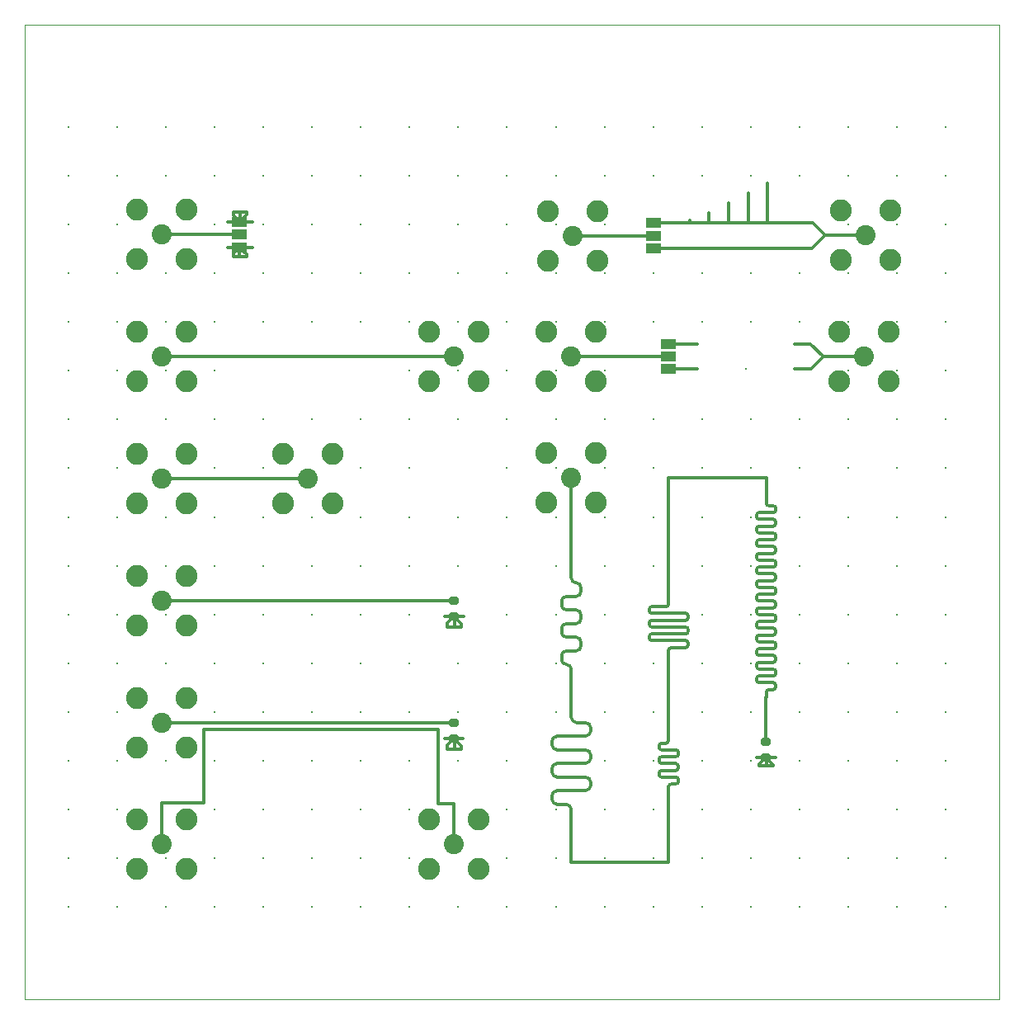
<source format=gbr>
%TF.GenerationSoftware,KiCad,Pcbnew,9.0.3*%
%TF.CreationDate,2026-02-01T20:01:01-08:00*%
%TF.ProjectId,White paper,57686974-6520-4706-9170-65722e6b6963,rev?*%
%TF.SameCoordinates,Original*%
%TF.FileFunction,Copper,L1,Top*%
%TF.FilePolarity,Positive*%
%FSLAX46Y46*%
G04 Gerber Fmt 4.6, Leading zero omitted, Abs format (unit mm)*
G04 Created by KiCad (PCBNEW 9.0.3) date 2026-02-01 20:01:01*
%MOMM*%
%LPD*%
G01*
G04 APERTURE LIST*
G04 Aperture macros list*
%AMRoundRect*
0 Rectangle with rounded corners*
0 $1 Rounding radius*
0 $2 $3 $4 $5 $6 $7 $8 $9 X,Y pos of 4 corners*
0 Add a 4 corners polygon primitive as box body*
4,1,4,$2,$3,$4,$5,$6,$7,$8,$9,$2,$3,0*
0 Add four circle primitives for the rounded corners*
1,1,$1+$1,$2,$3*
1,1,$1+$1,$4,$5*
1,1,$1+$1,$6,$7*
1,1,$1+$1,$8,$9*
0 Add four rect primitives between the rounded corners*
20,1,$1+$1,$2,$3,$4,$5,0*
20,1,$1+$1,$4,$5,$6,$7,0*
20,1,$1+$1,$6,$7,$8,$9,0*
20,1,$1+$1,$8,$9,$2,$3,0*%
G04 Aperture macros list end*
%TA.AperFunction,SMDPad,CuDef*%
%ADD10RoundRect,0.200000X-0.275000X0.200000X-0.275000X-0.200000X0.275000X-0.200000X0.275000X0.200000X0*%
%TD*%
%TA.AperFunction,ComponentPad*%
%ADD11C,2.050000*%
%TD*%
%TA.AperFunction,ComponentPad*%
%ADD12C,2.250000*%
%TD*%
%TA.AperFunction,SMDPad,CuDef*%
%ADD13R,1.500000X1.000000*%
%TD*%
%TA.AperFunction,ViaPad*%
%ADD14C,0.250000*%
%TD*%
%TA.AperFunction,Conductor*%
%ADD15C,0.349250*%
%TD*%
%TA.AperFunction,Profile*%
%ADD16C,0.050000*%
%TD*%
G04 APERTURE END LIST*
D10*
%TO.P,R3,1*%
%TO.N,Net-(J2-In)*%
X94060000Y-121590000D03*
%TO.P,R3,2*%
%TO.N,GND*%
X94060000Y-123240000D03*
%TD*%
D11*
%TO.P,J10,1,In*%
%TO.N,Net-(J10-In)*%
X94060000Y-134090000D03*
D12*
%TO.P,J10,2,Ext*%
%TO.N,GND*%
X91520000Y-131550000D03*
X91520000Y-136630000D03*
X96600000Y-131550000D03*
X96600000Y-136630000D03*
%TD*%
D11*
%TO.P,J9,1,In*%
%TO.N,Net-(J10-In)*%
X64060000Y-134090000D03*
D12*
%TO.P,J9,2,Ext*%
%TO.N,GND*%
X61520000Y-131550000D03*
X61520000Y-136630000D03*
X66600000Y-131550000D03*
X66600000Y-136630000D03*
%TD*%
D11*
%TO.P,J2,1,In*%
%TO.N,Net-(J2-In)*%
X64060000Y-121590000D03*
D12*
%TO.P,J2,2,Ext*%
%TO.N,GND*%
X61520000Y-119050000D03*
X61520000Y-124130000D03*
X66600000Y-119050000D03*
X66600000Y-124130000D03*
%TD*%
D11*
%TO.P,J1,1,In*%
%TO.N,Net-(J1-In)*%
X64060000Y-71530000D03*
D12*
%TO.P,J1,2,Ext*%
%TO.N,GND*%
X61520000Y-68990000D03*
X61520000Y-74070000D03*
X66600000Y-68990000D03*
X66600000Y-74070000D03*
%TD*%
D10*
%TO.P,R2,1*%
%TO.N,Net-(J7-In)*%
X126080000Y-123545000D03*
%TO.P,R2,2*%
%TO.N,GND*%
X126080000Y-125195000D03*
%TD*%
%TO.P,R1,1*%
%TO.N,Net-(J8-In)*%
X94060000Y-109090000D03*
%TO.P,R1,2*%
%TO.N,GND*%
X94060000Y-110740000D03*
%TD*%
D11*
%TO.P,J4,1,In*%
%TO.N,Net-(J4-In)*%
X136260000Y-71620000D03*
D12*
%TO.P,J4,2,Ext*%
%TO.N,GND*%
X133720000Y-69080000D03*
X133720000Y-74160000D03*
X138800000Y-69080000D03*
X138800000Y-74160000D03*
%TD*%
D13*
%TO.P,JP2,1,A*%
%TO.N,Net-(J4-In)*%
X114545000Y-70350000D03*
%TO.P,JP2,2,C*%
%TO.N,Net-(J3-In)*%
X114545000Y-71650000D03*
%TO.P,JP2,3,B*%
%TO.N,Net-(J4-In)*%
X114545000Y-72950000D03*
%TD*%
D11*
%TO.P,J6,1,In*%
%TO.N,Net-(J6-In)*%
X136120000Y-84060000D03*
D12*
%TO.P,J6,2,Ext*%
%TO.N,GND*%
X133580000Y-81520000D03*
X133580000Y-86600000D03*
X138660000Y-81520000D03*
X138660000Y-86600000D03*
%TD*%
D11*
%TO.P,J3,1,In*%
%TO.N,Net-(J3-In)*%
X106260000Y-71650000D03*
D12*
%TO.P,J3,2,Ext*%
%TO.N,GND*%
X103720000Y-69110000D03*
X103720000Y-74190000D03*
X108800000Y-69110000D03*
X108800000Y-74190000D03*
%TD*%
D11*
%TO.P,J12,1,In*%
%TO.N,Net-(J11-In)*%
X94060000Y-84030000D03*
D12*
%TO.P,J12,2,Ext*%
%TO.N,GND*%
X91520000Y-81490000D03*
X91520000Y-86570000D03*
X96600000Y-81490000D03*
X96600000Y-86570000D03*
%TD*%
D11*
%TO.P,J5,1,In*%
%TO.N,Net-(J5-In)*%
X106090000Y-84030000D03*
D12*
%TO.P,J5,2,Ext*%
%TO.N,GND*%
X103550000Y-81490000D03*
X103550000Y-86570000D03*
X108630000Y-81490000D03*
X108630000Y-86570000D03*
%TD*%
D11*
%TO.P,J11,1,In*%
%TO.N,Net-(J11-In)*%
X64030000Y-84030000D03*
D12*
%TO.P,J11,2,Ext*%
%TO.N,GND*%
X61490000Y-81490000D03*
X61490000Y-86570000D03*
X66570000Y-81490000D03*
X66570000Y-86570000D03*
%TD*%
D11*
%TO.P,J8,1,In*%
%TO.N,Net-(J8-In)*%
X64060000Y-109090000D03*
D12*
%TO.P,J8,2,Ext*%
%TO.N,GND*%
X61520000Y-106550000D03*
X61520000Y-111630000D03*
X66600000Y-106550000D03*
X66600000Y-111630000D03*
%TD*%
D11*
%TO.P,J13,1,In*%
%TO.N,Net-(J13-In)*%
X64030000Y-96530000D03*
D12*
%TO.P,J13,2,Ext*%
%TO.N,GND*%
X61490000Y-93990000D03*
X61490000Y-99070000D03*
X66570000Y-93990000D03*
X66570000Y-99070000D03*
%TD*%
D11*
%TO.P,J14,1,In*%
%TO.N,Net-(J13-In)*%
X79030000Y-96530000D03*
D12*
%TO.P,J14,2,Ext*%
%TO.N,GND*%
X76490000Y-93990000D03*
X76490000Y-99070000D03*
X81570000Y-93990000D03*
X81570000Y-99070000D03*
%TD*%
D11*
%TO.P,J7,1,In*%
%TO.N,Net-(J7-In)*%
X106090000Y-96500000D03*
D12*
%TO.P,J7,2,Ext*%
%TO.N,GND*%
X108630000Y-93960000D03*
X103550000Y-93960000D03*
X108630000Y-99040000D03*
X103550000Y-99040000D03*
%TD*%
D13*
%TO.P,JP3,1,A*%
%TO.N,Net-(J6-In)*%
X116090000Y-82730000D03*
%TO.P,JP3,2,C*%
%TO.N,Net-(J5-In)*%
X116090000Y-84030000D03*
%TO.P,JP3,3,B*%
%TO.N,Net-(J6-In)*%
X116090000Y-85330000D03*
%TD*%
%TO.P,JP1,1,A*%
%TO.N,GND*%
X72060000Y-72830000D03*
%TO.P,JP1,2,C*%
%TO.N,Net-(J1-In)*%
X72060000Y-71530000D03*
%TO.P,JP1,3,B*%
%TO.N,GND*%
X72060000Y-70230000D03*
%TD*%
D14*
%TO.N,GND*%
X93390000Y-124300000D03*
X93090000Y-123240000D03*
X94790000Y-124300000D03*
X94090000Y-124300000D03*
X95010000Y-123240000D03*
X79500000Y-120500000D03*
X104500000Y-130500000D03*
X99500000Y-140500000D03*
X124500000Y-135500000D03*
X84500000Y-60500000D03*
X99500000Y-125500000D03*
X84500000Y-70500000D03*
X144500000Y-85500000D03*
X119500000Y-60500000D03*
X99500000Y-130500000D03*
X94500000Y-60500000D03*
X109500000Y-70500000D03*
X94500000Y-65500000D03*
X124500000Y-60500000D03*
X129500000Y-120500000D03*
X144500000Y-80500000D03*
X104500000Y-70500000D03*
X139500000Y-100500000D03*
X109500000Y-85500000D03*
X94500000Y-70500000D03*
X125119999Y-125195000D03*
X139500000Y-130500000D03*
X84500000Y-95500000D03*
X114500000Y-90500000D03*
X54500000Y-110500000D03*
X69500000Y-110500000D03*
X104500000Y-75500000D03*
X134500000Y-105500000D03*
X126100000Y-126000000D03*
X144500000Y-120500000D03*
X89500000Y-80500000D03*
X114500000Y-100500000D03*
X139500000Y-80500000D03*
X139500000Y-120500000D03*
X109500000Y-65500000D03*
X54500000Y-60500000D03*
X139500000Y-125500000D03*
X84500000Y-140500000D03*
X114500000Y-75500000D03*
X54500000Y-70500000D03*
X74500000Y-130500000D03*
X124500000Y-115500000D03*
X114500000Y-65500000D03*
X84500000Y-75500000D03*
X89500000Y-75500000D03*
X124500000Y-80500000D03*
X104500000Y-115500000D03*
X109500000Y-90500000D03*
X129500000Y-95500000D03*
X84500000Y-115500000D03*
X114500000Y-120500000D03*
X139500000Y-85500000D03*
X134500000Y-110500000D03*
X134500000Y-130500000D03*
X69500000Y-60500000D03*
X134500000Y-115500000D03*
X109500000Y-100500000D03*
X64500000Y-140500000D03*
X54500000Y-140500000D03*
X139500000Y-135500000D03*
X104500000Y-135500000D03*
X84500000Y-110500000D03*
X72800000Y-69200000D03*
X59500000Y-60500000D03*
X84500000Y-90500000D03*
X104500000Y-85500000D03*
X54500000Y-120500000D03*
X139500000Y-90500000D03*
X99500000Y-95500000D03*
X54500000Y-135500000D03*
X74500000Y-60500000D03*
X114500000Y-135500000D03*
X79500000Y-125500000D03*
X144500000Y-110500000D03*
X73400000Y-72830000D03*
X99500000Y-90500000D03*
X134500000Y-135500000D03*
X144500000Y-130500000D03*
X99500000Y-105500000D03*
X134500000Y-120500000D03*
X69500000Y-90500000D03*
X124500000Y-90500000D03*
X119500000Y-125500000D03*
X139500000Y-115500000D03*
X119500000Y-90500000D03*
X89500000Y-120500000D03*
X144500000Y-100500000D03*
X89500000Y-85500000D03*
X89500000Y-110500000D03*
X89500000Y-60500000D03*
X94500000Y-120500000D03*
X70800000Y-70229178D03*
X109500000Y-120500000D03*
X124500000Y-130500000D03*
X109500000Y-110500000D03*
X129500000Y-100500000D03*
X144500000Y-90500000D03*
X69500000Y-115500000D03*
X59500000Y-130500000D03*
X127039999Y-125195000D03*
X119500000Y-105500000D03*
X134500000Y-95500000D03*
X94500000Y-100500000D03*
X79500000Y-60500000D03*
X129500000Y-90500000D03*
X129500000Y-140500000D03*
X119500000Y-95500000D03*
X129500000Y-115500000D03*
X104500000Y-105500000D03*
X104500000Y-100500000D03*
X95020000Y-110740000D03*
X114500000Y-60500000D03*
X134500000Y-65500000D03*
X59500000Y-65500000D03*
X59500000Y-105500000D03*
X99500000Y-70500000D03*
X54500000Y-80500000D03*
X54500000Y-105500000D03*
X72100000Y-73800000D03*
X114500000Y-105500000D03*
X54500000Y-85500000D03*
X72100000Y-69200000D03*
X129500000Y-110500000D03*
X64500000Y-90500000D03*
X119500000Y-120500000D03*
X109500000Y-105500000D03*
X104500000Y-80500000D03*
X104500000Y-95500000D03*
X89500000Y-130500000D03*
X129500000Y-130500000D03*
X64500000Y-65500000D03*
X129500000Y-65500000D03*
X144500000Y-125500000D03*
X139500000Y-65500000D03*
X89500000Y-100500000D03*
X124500000Y-75500000D03*
X109500000Y-60500000D03*
X109500000Y-95500000D03*
X134500000Y-85500000D03*
X54500000Y-130500000D03*
X144500000Y-95500000D03*
X109500000Y-140500000D03*
X59500000Y-90500000D03*
X59500000Y-100500000D03*
X124500000Y-65500000D03*
X69500000Y-70500000D03*
X74500000Y-80500000D03*
X74500000Y-110500000D03*
X69500000Y-80500000D03*
X89500000Y-105500000D03*
X71400000Y-73800000D03*
X94500000Y-105500000D03*
X64500000Y-100500000D03*
X54500000Y-100500000D03*
X79500000Y-65500000D03*
X134500000Y-80500000D03*
X64500000Y-115500000D03*
X114500000Y-115500000D03*
X69500000Y-105500000D03*
X89500000Y-90500000D03*
X134500000Y-140500000D03*
X134500000Y-75500000D03*
X99500000Y-135500000D03*
X84500000Y-135500000D03*
X114500000Y-130500000D03*
X99500000Y-60500000D03*
X124500000Y-95500000D03*
X84500000Y-100500000D03*
X84500000Y-130500000D03*
X124500000Y-125500000D03*
X144500000Y-70500000D03*
X89500000Y-70500000D03*
X79500000Y-130500000D03*
X79500000Y-135500000D03*
X94500000Y-125500000D03*
X74500000Y-65500000D03*
X79500000Y-110500000D03*
X109500000Y-125500000D03*
X74500000Y-140500000D03*
X64500000Y-60500000D03*
X119500000Y-115500000D03*
X109500000Y-130500000D03*
X139500000Y-95500000D03*
X84500000Y-120500000D03*
X54500000Y-90500000D03*
X74500000Y-90500000D03*
X59500000Y-95500000D03*
X109500000Y-75500000D03*
X89500000Y-140500000D03*
X94500000Y-90500000D03*
X64500000Y-105500000D03*
X54500000Y-65500000D03*
X69500000Y-130500000D03*
X129500000Y-80500000D03*
X69500000Y-100500000D03*
X74500000Y-75500000D03*
X69500000Y-120500000D03*
X109500000Y-135500000D03*
X74500000Y-115500000D03*
X94100000Y-111800000D03*
X144500000Y-60500000D03*
X54500000Y-115500000D03*
X119500000Y-75500000D03*
X104500000Y-60500000D03*
X104500000Y-110500000D03*
X139500000Y-60500000D03*
X59500000Y-85500000D03*
X79500000Y-75500000D03*
X129500000Y-135500000D03*
X124500000Y-105500000D03*
X94500000Y-85500000D03*
X79500000Y-105500000D03*
X99500000Y-120500000D03*
X94800000Y-111800000D03*
X79500000Y-100500000D03*
X119500000Y-65500000D03*
X59500000Y-75500000D03*
X124500000Y-120500000D03*
X134500000Y-100500000D03*
X72800000Y-73800000D03*
X124500000Y-140500000D03*
X114500000Y-125500000D03*
X134500000Y-60500000D03*
X84500000Y-105500000D03*
X79500000Y-80500000D03*
X144500000Y-65500000D03*
X93400000Y-111800000D03*
X74500000Y-100500000D03*
X119500000Y-110500000D03*
X89500000Y-65500000D03*
X69500000Y-125500000D03*
X104500000Y-120500000D03*
X94500000Y-80500000D03*
X79500000Y-115500000D03*
X114500000Y-140500000D03*
X74500000Y-95500000D03*
X109500000Y-115500000D03*
X104500000Y-65500000D03*
X139500000Y-75500000D03*
X114500000Y-95500000D03*
X59500000Y-120500000D03*
X94500000Y-115500000D03*
X64500000Y-80500000D03*
X71400000Y-69200000D03*
X94500000Y-140500000D03*
X93100000Y-110740000D03*
X144500000Y-135500000D03*
X74500000Y-125500000D03*
X125400000Y-126000000D03*
X54500000Y-95500000D03*
X99500000Y-100500000D03*
X74500000Y-70500000D03*
X139500000Y-140500000D03*
X69500000Y-75500000D03*
X79500000Y-90500000D03*
X59500000Y-135500000D03*
X69500000Y-85500000D03*
X129500000Y-75500000D03*
X119500000Y-80500000D03*
X144500000Y-105500000D03*
X104500000Y-90500000D03*
X74500000Y-105500000D03*
X59500000Y-140500000D03*
X99500000Y-75500000D03*
X99500000Y-80500000D03*
X59500000Y-115500000D03*
X64500000Y-135500000D03*
X119500000Y-100500000D03*
X144500000Y-115500000D03*
X99500000Y-115500000D03*
X79500000Y-140500000D03*
X99500000Y-110500000D03*
X144500000Y-75500000D03*
X59500000Y-80500000D03*
X64500000Y-85500000D03*
X124500000Y-100500000D03*
X69500000Y-95500000D03*
X139500000Y-70500000D03*
X139500000Y-110500000D03*
X69500000Y-135500000D03*
X134500000Y-90500000D03*
X99500000Y-85500000D03*
X64500000Y-110500000D03*
X99500000Y-65500000D03*
X119500000Y-140500000D03*
X59500000Y-110500000D03*
X73370000Y-70230000D03*
X119500000Y-135500000D03*
X69500000Y-65500000D03*
X134500000Y-70500000D03*
X84500000Y-80500000D03*
X129500000Y-105500000D03*
X79500000Y-70500000D03*
X74500000Y-135500000D03*
X70800000Y-72830000D03*
X126800000Y-126000000D03*
X129500000Y-60500000D03*
X74500000Y-120500000D03*
X144500000Y-140500000D03*
X64500000Y-75500000D03*
X89500000Y-125500000D03*
X124500000Y-110500000D03*
X89500000Y-115500000D03*
X109500000Y-80500000D03*
X84500000Y-125500000D03*
X139500000Y-105500000D03*
X84500000Y-65500000D03*
X94500000Y-75500000D03*
X54500000Y-125500000D03*
X129500000Y-125500000D03*
X134500000Y-125500000D03*
X54500000Y-75500000D03*
X119500000Y-130500000D03*
X59500000Y-125500000D03*
X104500000Y-140500000D03*
X69500000Y-140500000D03*
X59500000Y-70500000D03*
X114500000Y-80500000D03*
X64500000Y-125500000D03*
X89500000Y-95500000D03*
X89500000Y-135500000D03*
%TO.N,Net-(J4-In)*%
X127800000Y-72950000D03*
X122730000Y-72950000D03*
X123130003Y-72950000D03*
X127230000Y-72950000D03*
X118230000Y-72950000D03*
%TO.N,Net-(J6-In)*%
X129030000Y-85330000D03*
X129030000Y-82730000D03*
X124030000Y-85330000D03*
X119040000Y-82730000D03*
X119030000Y-85330000D03*
%TD*%
D15*
%TO.N,Net-(J10-In)*%
X64060000Y-129860000D02*
X64060000Y-134090000D01*
X68380000Y-122289500D02*
X68380000Y-129860000D01*
X92390000Y-122289500D02*
X68380000Y-122289500D01*
X94060000Y-129920000D02*
X92390000Y-129920000D01*
X92390000Y-129920000D02*
X92390000Y-122289500D01*
X68380000Y-129860000D02*
X64060000Y-129860000D01*
X94060000Y-134090000D02*
X94060000Y-129920000D01*
%TO.N,GND*%
X94090000Y-123270000D02*
X94060000Y-123240000D01*
X94090000Y-124300000D02*
X94090000Y-123270000D01*
X93390000Y-124300000D02*
X94790000Y-124300000D01*
X93390000Y-123910000D02*
X94060000Y-123240000D01*
X93390000Y-124300000D02*
X93390000Y-123910000D01*
X94790000Y-123970000D02*
X94060000Y-123240000D01*
X94790000Y-124300000D02*
X94790000Y-123970000D01*
X94060000Y-123240000D02*
X95010000Y-123240000D01*
X93090000Y-123240000D02*
X94060000Y-123240000D01*
%TO.N,Net-(J2-In)*%
X94060000Y-121590000D02*
X64060000Y-121590000D01*
%TO.N,GND*%
X126800000Y-125915000D02*
X126080000Y-125195000D01*
X73370000Y-70230000D02*
X70800822Y-70230000D01*
X94800000Y-111480000D02*
X94060000Y-110740000D01*
X71400000Y-73490000D02*
X72060000Y-72830000D01*
X72060000Y-72830000D02*
X72060000Y-73740000D01*
X71400000Y-69200000D02*
X72800000Y-69200000D01*
X127039999Y-125195000D02*
X126080000Y-125195000D01*
X71400000Y-69570000D02*
X72060000Y-70230000D01*
X71400000Y-69200000D02*
X71400000Y-69570000D01*
X94800000Y-111800000D02*
X94800000Y-111480000D01*
X93100000Y-110740000D02*
X94060001Y-110740000D01*
X73400000Y-72830000D02*
X70800000Y-72830000D01*
X94100000Y-110780000D02*
X94060000Y-110740000D01*
X126100000Y-125215000D02*
X126080000Y-125195000D01*
X95020000Y-110740000D02*
X94060001Y-110740000D01*
X72800000Y-69200000D02*
X72800000Y-69490000D01*
X72000000Y-73800000D02*
X72800000Y-73800000D01*
X72800000Y-73800000D02*
X72800000Y-73570000D01*
X125119999Y-125195000D02*
X126080000Y-125195000D01*
X72100000Y-69200000D02*
X72100000Y-70190000D01*
X72800000Y-73570000D02*
X72060000Y-72830000D01*
X71400000Y-73800000D02*
X71400000Y-73490000D01*
X71400000Y-73800000D02*
X72000000Y-73800000D01*
X93400000Y-111800000D02*
X93400000Y-111400000D01*
X125400000Y-125875000D02*
X126080000Y-125195000D01*
X125400000Y-126000000D02*
X126800000Y-126000000D01*
X72800000Y-69490000D02*
X72060000Y-70230000D01*
X125400000Y-126000000D02*
X125400000Y-125875000D01*
X126100000Y-126000000D02*
X126100000Y-125215000D01*
X94100000Y-111800000D02*
X94100000Y-110780000D01*
X70800822Y-70230000D02*
X70800000Y-70229178D01*
X93400000Y-111400000D02*
X94060000Y-110740000D01*
X93400000Y-111800000D02*
X94800000Y-111800000D01*
X72060000Y-73740000D02*
X72000000Y-73800000D01*
X126800000Y-126000000D02*
X126800000Y-125915000D01*
X72100000Y-70190000D02*
X72060000Y-70230000D01*
%TO.N,Net-(J1-In)*%
X64060000Y-71530000D02*
X72060000Y-71530000D01*
%TO.N,Net-(J5-In)*%
X106090000Y-84030000D02*
X116090000Y-84030000D01*
%TO.N,Net-(J7-In)*%
X114090000Y-111515700D02*
X114090000Y-111376000D01*
X116090000Y-108670000D02*
X116090000Y-96500000D01*
X106090000Y-124392541D02*
X107531200Y-124392541D01*
X126090000Y-100746400D02*
X126810600Y-100746400D01*
X106090000Y-117270000D02*
X106090000Y-121039741D01*
X126090000Y-109826900D02*
X125369400Y-109826900D01*
X125369400Y-117510400D02*
X126090000Y-117510400D01*
X125090000Y-111503300D02*
X125090000Y-111643000D01*
X126090000Y-118488300D02*
X126090000Y-118628000D01*
X117090000Y-124817200D02*
X117090000Y-124677500D01*
X126369400Y-99349400D02*
X126810600Y-99349400D01*
X107090000Y-113342131D02*
X107090000Y-113739131D01*
X126090000Y-114017900D02*
X125369400Y-114017900D01*
X114369400Y-112493600D02*
X116090000Y-112493600D01*
X106090000Y-108651131D02*
X105590000Y-108651131D01*
X105590000Y-112842131D02*
X106090000Y-112842131D01*
X125090000Y-104518300D02*
X125090000Y-104658000D01*
X104648800Y-127186541D02*
X106090000Y-127186541D01*
X126090000Y-112620900D02*
X125369400Y-112620900D01*
X126090000Y-100047900D02*
X125369400Y-100047900D01*
X125090000Y-107312300D02*
X125090000Y-107452000D01*
X117090000Y-127611200D02*
X117090000Y-127471500D01*
X126090000Y-117510400D02*
X126369400Y-117510400D01*
X114369400Y-109699600D02*
X115810600Y-109699600D01*
X106590000Y-111445131D02*
X106090000Y-111445131D01*
X117810600Y-110398100D02*
X116090000Y-110398100D01*
X106090000Y-131470000D02*
X106090000Y-135970000D01*
X117810600Y-111795100D02*
X116090000Y-111795100D01*
X116810600Y-125795100D02*
X116090000Y-125795100D01*
X116090000Y-96500000D02*
X126090000Y-96500000D01*
X115369400Y-126493600D02*
X116090000Y-126493600D01*
X126090000Y-106334400D02*
X126810600Y-106334400D01*
X126810600Y-108429900D02*
X126090000Y-108429900D01*
X126090000Y-111223900D02*
X125369400Y-111223900D01*
X105090000Y-109151131D02*
X105090000Y-109548131D01*
X126090000Y-118970000D02*
X126080000Y-118980000D01*
X126090000Y-108429900D02*
X125369400Y-108429900D01*
X116369400Y-127192100D02*
X116090000Y-127192100D01*
X126090000Y-107731400D02*
X126810600Y-107731400D01*
X127090000Y-102422800D02*
X127090000Y-102562500D01*
X114090000Y-110118700D02*
X114090000Y-109979000D01*
X108090000Y-122157341D02*
X108090000Y-122436741D01*
X114369400Y-111096600D02*
X116090000Y-111096600D01*
X116090000Y-122870000D02*
X116090000Y-114170000D01*
X106090000Y-127186541D02*
X107531200Y-127186541D01*
X105531200Y-128583541D02*
X104648800Y-128583541D01*
X115369400Y-123699600D02*
X115810600Y-123699600D01*
X106090000Y-96500000D02*
X106090000Y-106754131D01*
X125369400Y-116113400D02*
X126090000Y-116113400D01*
X116090000Y-109280500D02*
X116090000Y-108670000D01*
X125369400Y-110525400D02*
X126090000Y-110525400D01*
X126090000Y-107032900D02*
X125369400Y-107032900D01*
X126810600Y-100047900D02*
X126369400Y-100047900D01*
X116810600Y-124398100D02*
X116090000Y-124398100D01*
X104090000Y-129142341D02*
X104090000Y-129421741D01*
X116090000Y-111795100D02*
X114369400Y-111795100D01*
X125369400Y-106334400D02*
X126090000Y-106334400D01*
X125369400Y-114716400D02*
X126090000Y-114716400D01*
X116090000Y-126493600D02*
X116810600Y-126493600D01*
X118090000Y-110817200D02*
X118090000Y-110677500D01*
X126090000Y-118628000D02*
X126090000Y-118970000D01*
X127090000Y-109407800D02*
X127090000Y-109547500D01*
X106090000Y-130818741D02*
X106090000Y-131470000D01*
X126090000Y-111922400D02*
X126810600Y-111922400D01*
X115369400Y-125096600D02*
X116090000Y-125096600D01*
X127090000Y-116392800D02*
X127090000Y-116532500D01*
X126090000Y-104937400D02*
X126810600Y-104937400D01*
X116090000Y-112493600D02*
X117810600Y-112493600D01*
X126090000Y-102143400D02*
X126810600Y-102143400D01*
X126090000Y-105635900D02*
X125369400Y-105635900D01*
X116090000Y-109420200D02*
X116090000Y-109280500D01*
X106090000Y-116136131D02*
X106090000Y-116533131D01*
X126810600Y-116811900D02*
X126090000Y-116811900D01*
X127090000Y-113598800D02*
X127090000Y-113738500D01*
X125090000Y-112900300D02*
X125090000Y-113040000D01*
X125090000Y-114297300D02*
X125090000Y-114437000D01*
X126080000Y-118980000D02*
X126080000Y-123545000D01*
X126090000Y-114716400D02*
X126810600Y-114716400D01*
X107090000Y-110548131D02*
X107090000Y-110945131D01*
X106090000Y-114239131D02*
X105590000Y-114239131D01*
X116090000Y-124398100D02*
X115810600Y-124398100D01*
X108090000Y-127745341D02*
X108090000Y-128024741D01*
X116090000Y-113192100D02*
X114369400Y-113192100D01*
X126369400Y-100047900D02*
X126090000Y-100047900D01*
X116090000Y-111096600D02*
X117810600Y-111096600D01*
X115810600Y-124398100D02*
X115369400Y-124398100D01*
X106090000Y-135970000D02*
X116090000Y-135970000D01*
X105590000Y-110048131D02*
X106090000Y-110048131D01*
X107531200Y-125789541D02*
X106090000Y-125789541D01*
X127090000Y-99628800D02*
X127090000Y-99768500D01*
X106090000Y-128583541D02*
X105531200Y-128583541D01*
X127090000Y-106613800D02*
X127090000Y-106753500D01*
X125369400Y-111922400D02*
X126090000Y-111922400D01*
X125090000Y-101724300D02*
X125090000Y-101864000D01*
X115090000Y-124118700D02*
X115090000Y-123979000D01*
X127090000Y-112201800D02*
X127090000Y-112341500D01*
X126090000Y-109128400D02*
X126810600Y-109128400D01*
X126810600Y-107032900D02*
X126090000Y-107032900D01*
X127090000Y-108010800D02*
X127090000Y-108150500D01*
X105090000Y-111945131D02*
X105090000Y-112342131D01*
X125090000Y-100327300D02*
X125090000Y-100467000D01*
X125090000Y-117091300D02*
X125090000Y-117231000D01*
X115090000Y-125515700D02*
X115090000Y-125376000D01*
X116369400Y-127890600D02*
X116810600Y-127890600D01*
X125369400Y-107731400D02*
X126090000Y-107731400D01*
X107531200Y-128583541D02*
X106090000Y-128583541D01*
X125369400Y-102143400D02*
X126090000Y-102143400D01*
X116810600Y-127192100D02*
X116369400Y-127192100D01*
X125090000Y-108709300D02*
X125090000Y-108849000D01*
X115810600Y-110398100D02*
X114369400Y-110398100D01*
X116090000Y-127192100D02*
X115369400Y-127192100D01*
X127090000Y-117789800D02*
X127090000Y-117929500D01*
X125369400Y-109128400D02*
X126090000Y-109128400D01*
X106090000Y-111445131D02*
X105590000Y-111445131D01*
X125369400Y-100746400D02*
X126090000Y-100746400D01*
X116090000Y-123420200D02*
X116090000Y-123280500D01*
X126090000Y-96500000D02*
X126090000Y-99070000D01*
X125090000Y-103121300D02*
X125090000Y-103261000D01*
X116090000Y-125795100D02*
X115369400Y-125795100D01*
X127090000Y-114995800D02*
X127090000Y-115135500D01*
X116369400Y-113192100D02*
X116090000Y-113192100D01*
X126810600Y-104238900D02*
X126090000Y-104238900D01*
X106648800Y-122995541D02*
X106090000Y-122995541D01*
X106090000Y-112842131D02*
X106590000Y-112842131D01*
X115090000Y-126912700D02*
X115090000Y-126773000D01*
X126810600Y-115414900D02*
X126090000Y-115414900D01*
X126090000Y-101444900D02*
X125369400Y-101444900D01*
X106090000Y-116533131D02*
X106090000Y-117270000D01*
X126090000Y-116811900D02*
X125369400Y-116811900D01*
X117090000Y-126214200D02*
X117090000Y-126074500D01*
X127090000Y-103819800D02*
X127090000Y-103959500D01*
X127090000Y-101025800D02*
X127090000Y-101165500D01*
X104090000Y-126348341D02*
X104090000Y-126627741D01*
X107090000Y-107754131D02*
X107090000Y-108151131D01*
X125369400Y-104937400D02*
X126090000Y-104937400D01*
X125090000Y-105915300D02*
X125090000Y-106055000D01*
X104648800Y-124392541D02*
X106090000Y-124392541D01*
X125369400Y-103540400D02*
X126090000Y-103540400D01*
X126810600Y-101444900D02*
X126090000Y-101444900D01*
X126810600Y-109826900D02*
X126090000Y-109826900D01*
X116090000Y-123280500D02*
X116090000Y-122870000D01*
X126810600Y-111223900D02*
X126090000Y-111223900D01*
X108090000Y-124951341D02*
X108090000Y-125230741D01*
X126810600Y-114017900D02*
X126090000Y-114017900D01*
X106590000Y-114239131D02*
X106090000Y-114239131D01*
X104090000Y-123554341D02*
X104090000Y-123833741D01*
X106648800Y-121598541D02*
X107531200Y-121598541D01*
X126090000Y-113319400D02*
X126810600Y-113319400D01*
X126090000Y-115414900D02*
X125369400Y-115414900D01*
X126090000Y-110525400D02*
X126810600Y-110525400D01*
X107531200Y-122995541D02*
X106648800Y-122995541D01*
X127090000Y-110804800D02*
X127090000Y-110944500D01*
X106590000Y-108651131D02*
X106090000Y-108651131D01*
X126810600Y-102841900D02*
X126090000Y-102841900D01*
X106090000Y-130539341D02*
X106090000Y-130818741D01*
X127090000Y-105216800D02*
X127090000Y-105356500D01*
X106090000Y-122995541D02*
X104648800Y-122995541D01*
X116090000Y-135970000D02*
X116090000Y-128170000D01*
X118090000Y-112214200D02*
X118090000Y-112074500D01*
X126090000Y-104238900D02*
X125369400Y-104238900D01*
X125090000Y-115694300D02*
X125090000Y-115834000D01*
X126090000Y-102841900D02*
X125369400Y-102841900D01*
X106090000Y-110048131D02*
X106590000Y-110048131D01*
X117810600Y-113192100D02*
X116369400Y-113192100D01*
X126810600Y-112620900D02*
X126090000Y-112620900D01*
X105090000Y-114739131D02*
X105090000Y-115136131D01*
X116369400Y-113890600D02*
X117810600Y-113890600D01*
X114090000Y-112912700D02*
X114090000Y-112773000D01*
X116090000Y-125096600D02*
X116810600Y-125096600D01*
X126090000Y-103540400D02*
X126810600Y-103540400D01*
X126090000Y-116113400D02*
X126810600Y-116113400D01*
X116090000Y-110398100D02*
X115810600Y-110398100D01*
X106090000Y-125789541D02*
X104648800Y-125789541D01*
X125369400Y-113319400D02*
X126090000Y-113319400D01*
X126810600Y-105635900D02*
X126090000Y-105635900D01*
X126369400Y-117510400D02*
X126810600Y-117510400D01*
X126810600Y-118208900D02*
X126369400Y-118208900D01*
X118090000Y-113611200D02*
X118090000Y-113471500D01*
X125090000Y-110106300D02*
X125090000Y-110246000D01*
X104648800Y-129980541D02*
X105531200Y-129980541D01*
X108090000Y-125230741D02*
G75*
G02*
X107531200Y-125789500I-558800J41D01*
G01*
X107090000Y-110945131D02*
G75*
G02*
X106590000Y-111445100I-500000J31D01*
G01*
X106590000Y-110048131D02*
G75*
G02*
X107089969Y-110548131I0J-499969D01*
G01*
X126810600Y-110525400D02*
G75*
G02*
X127090000Y-110804800I0J-279400D01*
G01*
X115090000Y-126773000D02*
G75*
G02*
X115369400Y-126493600I279400J0D01*
G01*
X104090000Y-126627741D02*
G75*
G03*
X104648800Y-127186500I558800J41D01*
G01*
X126810600Y-111922400D02*
G75*
G02*
X127090000Y-112201800I0J-279400D01*
G01*
X125090000Y-101864000D02*
G75*
G03*
X125369400Y-102143400I279400J0D01*
G01*
X107090000Y-113739131D02*
G75*
G02*
X106590000Y-114239100I-500000J31D01*
G01*
X116090000Y-114170000D02*
G75*
G02*
X116369400Y-113890600I279400J0D01*
G01*
X126810600Y-102143400D02*
G75*
G02*
X127090000Y-102422800I0J-279400D01*
G01*
X105590000Y-111445131D02*
G75*
G03*
X105090031Y-111945131I0J-499969D01*
G01*
X125090000Y-110246000D02*
G75*
G03*
X125369400Y-110525400I279400J0D01*
G01*
X104090000Y-123833741D02*
G75*
G03*
X104648800Y-124392500I558800J41D01*
G01*
X127090000Y-106753500D02*
G75*
G02*
X126810600Y-107032900I-279400J0D01*
G01*
X125369400Y-104238900D02*
G75*
G03*
X125090000Y-104518300I0J-279400D01*
G01*
X127090000Y-103959500D02*
G75*
G02*
X126810600Y-104238900I-279400J0D01*
G01*
X127090000Y-112341500D02*
G75*
G02*
X126810600Y-112620900I-279400J0D01*
G01*
X125090000Y-100467000D02*
G75*
G03*
X125369400Y-100746400I279400J0D01*
G01*
X126810600Y-107731400D02*
G75*
G02*
X127090000Y-108010800I0J-279400D01*
G01*
X125369400Y-102841900D02*
G75*
G03*
X125090000Y-103121300I0J-279400D01*
G01*
X118090000Y-113471500D02*
G75*
G03*
X117810600Y-113192100I-279400J0D01*
G01*
X117090000Y-124677500D02*
G75*
G03*
X116810600Y-124398100I-279400J0D01*
G01*
X105590000Y-115636131D02*
G75*
G02*
X106089969Y-116136131I0J-499969D01*
G01*
X118090000Y-110677500D02*
G75*
G03*
X117810600Y-110398100I-279400J0D01*
G01*
X115369400Y-124398100D02*
G75*
G02*
X115090000Y-124118700I0J279400D01*
G01*
X125369400Y-101444900D02*
G75*
G03*
X125090000Y-101724300I0J-279400D01*
G01*
X125369400Y-114017900D02*
G75*
G03*
X125090000Y-114297300I0J-279400D01*
G01*
X116090000Y-128170000D02*
G75*
G02*
X116369400Y-127890600I279400J0D01*
G01*
X107531200Y-127186541D02*
G75*
G02*
X108089959Y-127745341I0J-558759D01*
G01*
X114090000Y-109979000D02*
G75*
G02*
X114369400Y-109699600I279400J0D01*
G01*
X107531200Y-124392541D02*
G75*
G02*
X108089959Y-124951341I0J-558759D01*
G01*
X127090000Y-117929500D02*
G75*
G02*
X126810600Y-118208900I-279400J0D01*
G01*
X126810600Y-117510400D02*
G75*
G02*
X127090000Y-117789800I0J-279400D01*
G01*
X125090000Y-113040000D02*
G75*
G03*
X125369400Y-113319400I279400J0D01*
G01*
X125369400Y-115414900D02*
G75*
G03*
X125090000Y-115694300I0J-279400D01*
G01*
X107090000Y-108151131D02*
G75*
G02*
X106590000Y-108651100I-500000J31D01*
G01*
X105590000Y-108651131D02*
G75*
G03*
X105090031Y-109151131I0J-499969D01*
G01*
X127090000Y-115135500D02*
G75*
G02*
X126810600Y-115414900I-279400J0D01*
G01*
X125090000Y-115834000D02*
G75*
G03*
X125369400Y-116113400I279400J0D01*
G01*
X106590000Y-107254131D02*
G75*
G02*
X107089969Y-107754131I0J-499969D01*
G01*
X127090000Y-109547500D02*
G75*
G02*
X126810600Y-109826900I-279400J0D01*
G01*
X117090000Y-126074500D02*
G75*
G03*
X116810600Y-125795100I-279400J0D01*
G01*
X125369400Y-100047900D02*
G75*
G03*
X125090000Y-100327300I0J-279400D01*
G01*
X126810600Y-109128400D02*
G75*
G02*
X127090000Y-109407800I0J-279400D01*
G01*
X127090000Y-102562500D02*
G75*
G02*
X126810600Y-102841900I-279400J0D01*
G01*
X114090000Y-111376000D02*
G75*
G02*
X114369400Y-111096600I279400J0D01*
G01*
X125369400Y-109826900D02*
G75*
G03*
X125090000Y-110106300I0J-279400D01*
G01*
X125369400Y-116811900D02*
G75*
G03*
X125090000Y-117091300I0J-279400D01*
G01*
X114090000Y-112773000D02*
G75*
G02*
X114369400Y-112493600I279400J0D01*
G01*
X104090000Y-129421741D02*
G75*
G03*
X104648800Y-129980500I558800J41D01*
G01*
X125090000Y-103261000D02*
G75*
G03*
X125369400Y-103540400I279400J0D01*
G01*
X104648800Y-125789541D02*
G75*
G03*
X104090041Y-126348341I0J-558759D01*
G01*
X125090000Y-114437000D02*
G75*
G03*
X125369400Y-114716400I279400J0D01*
G01*
X127090000Y-99768500D02*
G75*
G02*
X126810600Y-100047900I-279400J0D01*
G01*
X105090000Y-112342131D02*
G75*
G03*
X105590000Y-112842100I500000J31D01*
G01*
X125090000Y-117231000D02*
G75*
G03*
X125369400Y-117510400I279400J0D01*
G01*
X125369400Y-107032900D02*
G75*
G03*
X125090000Y-107312300I0J-279400D01*
G01*
X126810600Y-104937400D02*
G75*
G02*
X127090000Y-105216800I0J-279400D01*
G01*
X126810600Y-113319400D02*
G75*
G02*
X127090000Y-113598800I0J-279400D01*
G01*
X104648800Y-122995541D02*
G75*
G03*
X104090041Y-123554341I0J-558759D01*
G01*
X125369400Y-105635900D02*
G75*
G03*
X125090000Y-105915300I0J-279400D01*
G01*
X118090000Y-112074500D02*
G75*
G03*
X117810600Y-111795100I-279400J0D01*
G01*
X126810600Y-99349400D02*
G75*
G02*
X127090000Y-99628800I0J-279400D01*
G01*
X125369400Y-108429900D02*
G75*
G03*
X125090000Y-108709300I0J-279400D01*
G01*
X116810600Y-127890600D02*
G75*
G03*
X117090000Y-127611200I0J279400D01*
G01*
X106090000Y-106754131D02*
G75*
G03*
X106590000Y-107254100I500000J31D01*
G01*
X104648800Y-128583541D02*
G75*
G03*
X104090041Y-129142341I0J-558759D01*
G01*
X125090000Y-106055000D02*
G75*
G03*
X125369400Y-106334400I279400J0D01*
G01*
X116810600Y-125096600D02*
G75*
G03*
X117090000Y-124817200I0J279400D01*
G01*
X125090000Y-107452000D02*
G75*
G03*
X125369400Y-107731400I279400J0D01*
G01*
X107531200Y-121598541D02*
G75*
G02*
X108089959Y-122157341I0J-558759D01*
G01*
X126369400Y-118208900D02*
G75*
G03*
X126090000Y-118488300I0J-279400D01*
G01*
X126810600Y-100746400D02*
G75*
G02*
X127090000Y-101025800I0J-279400D01*
G01*
X127090000Y-113738500D02*
G75*
G02*
X126810600Y-114017900I-279400J0D01*
G01*
X117810600Y-111096600D02*
G75*
G03*
X118090000Y-110817200I0J279400D01*
G01*
X125369400Y-112620900D02*
G75*
G03*
X125090000Y-112900300I0J-279400D01*
G01*
X115810600Y-109699600D02*
G75*
G03*
X116090000Y-109420200I0J279400D01*
G01*
X125090000Y-111643000D02*
G75*
G03*
X125369400Y-111922400I279400J0D01*
G01*
X117810600Y-113890600D02*
G75*
G03*
X118090000Y-113611200I0J279400D01*
G01*
X115369400Y-127192100D02*
G75*
G02*
X115090000Y-126912700I0J279400D01*
G01*
X105090000Y-115136131D02*
G75*
G03*
X105590000Y-115636100I500000J31D01*
G01*
X126810600Y-106334400D02*
G75*
G02*
X127090000Y-106613800I0J-279400D01*
G01*
X108090000Y-128024741D02*
G75*
G02*
X107531200Y-128583500I-558800J41D01*
G01*
X127090000Y-101165500D02*
G75*
G02*
X126810600Y-101444900I-279400J0D01*
G01*
X125090000Y-104658000D02*
G75*
G03*
X125369400Y-104937400I279400J0D01*
G01*
X114369400Y-113192100D02*
G75*
G02*
X114090000Y-112912700I0J279400D01*
G01*
X117090000Y-127471500D02*
G75*
G03*
X116810600Y-127192100I-279400J0D01*
G01*
X114369400Y-110398100D02*
G75*
G02*
X114090000Y-110118700I0J279400D01*
G01*
X115090000Y-123979000D02*
G75*
G02*
X115369400Y-123699600I279400J0D01*
G01*
X106090000Y-121039741D02*
G75*
G03*
X106648800Y-121598500I558800J41D01*
G01*
X126810600Y-114716400D02*
G75*
G02*
X127090000Y-114995800I0J-279400D01*
G01*
X115090000Y-125376000D02*
G75*
G02*
X115369400Y-125096600I279400J0D01*
G01*
X126810600Y-116113400D02*
G75*
G02*
X127090000Y-116392800I0J-279400D01*
G01*
X108090000Y-122436741D02*
G75*
G02*
X107531200Y-122995500I-558800J41D01*
G01*
X127090000Y-116532500D02*
G75*
G02*
X126810600Y-116811900I-279400J0D01*
G01*
X125369400Y-111223900D02*
G75*
G03*
X125090000Y-111503300I0J-279400D01*
G01*
X125090000Y-108849000D02*
G75*
G03*
X125369400Y-109128400I279400J0D01*
G01*
X115810600Y-123699600D02*
G75*
G03*
X116090000Y-123420200I0J279400D01*
G01*
X106590000Y-112842131D02*
G75*
G02*
X107089969Y-113342131I0J-499969D01*
G01*
X127090000Y-108150500D02*
G75*
G02*
X126810600Y-108429900I-279400J0D01*
G01*
X105590000Y-114239131D02*
G75*
G03*
X105090031Y-114739131I0J-499969D01*
G01*
X105090000Y-109548131D02*
G75*
G03*
X105590000Y-110048100I500000J31D01*
G01*
X117810600Y-112493600D02*
G75*
G03*
X118090000Y-112214200I0J279400D01*
G01*
X115369400Y-125795100D02*
G75*
G02*
X115090000Y-125515700I0J279400D01*
G01*
X127090000Y-105356500D02*
G75*
G02*
X126810600Y-105635900I-279400J0D01*
G01*
X126810600Y-103540400D02*
G75*
G02*
X127090000Y-103819800I0J-279400D01*
G01*
X126090000Y-99070000D02*
G75*
G03*
X126369400Y-99349400I279400J0D01*
G01*
X127090000Y-110944500D02*
G75*
G02*
X126810600Y-111223900I-279400J0D01*
G01*
X105531200Y-129980541D02*
G75*
G02*
X106089959Y-130539341I0J-558759D01*
G01*
X114369400Y-111795100D02*
G75*
G02*
X114090000Y-111515700I0J279400D01*
G01*
X116810600Y-126493600D02*
G75*
G03*
X117090000Y-126214200I0J279400D01*
G01*
%TO.N,Net-(J8-In)*%
X94060000Y-109090000D02*
X64060000Y-109090000D01*
%TO.N,Net-(J11-In)*%
X64030000Y-84030000D02*
X94060000Y-84030000D01*
%TO.N,Net-(J3-In)*%
X106260000Y-71650000D02*
X114545000Y-71650000D01*
%TO.N,Net-(J13-In)*%
X64030000Y-96530000D02*
X79030000Y-96530000D01*
%TO.N,Net-(J4-In)*%
X124230000Y-67302000D02*
X124230000Y-70350000D01*
X114545000Y-72950000D02*
X118240000Y-72950000D01*
X130840000Y-70350000D02*
X114545000Y-70350000D01*
X118230000Y-70350000D02*
X118230000Y-70096000D01*
X136260000Y-71620000D02*
X132110000Y-71620000D01*
X122230000Y-68318000D02*
X122230000Y-70350000D01*
X118240000Y-72950000D02*
X130780000Y-72950000D01*
X126230000Y-66286000D02*
X126230000Y-70350000D01*
X132110000Y-71620000D02*
X130840000Y-70350000D01*
X130780000Y-72950000D02*
X132110000Y-71620000D01*
X120240000Y-69334000D02*
X120240000Y-70350000D01*
%TO.N,Net-(J6-In)*%
X130700000Y-85330000D02*
X131970000Y-84060000D01*
X136120000Y-84060000D02*
X131970000Y-84060000D01*
X130700000Y-85330000D02*
X129030000Y-85330000D01*
X129030000Y-82730000D02*
X130640000Y-82730000D01*
X131970000Y-84060000D02*
X130640000Y-82730000D01*
X119040000Y-82730000D02*
X116090000Y-82730000D01*
X116090000Y-85330000D02*
X119040000Y-85330000D01*
%TD*%
D16*
X50000000Y-50000000D02*
X150000000Y-50000000D01*
X150000000Y-150000000D01*
X50000000Y-150000000D01*
X50000000Y-50000000D01*
M02*

</source>
